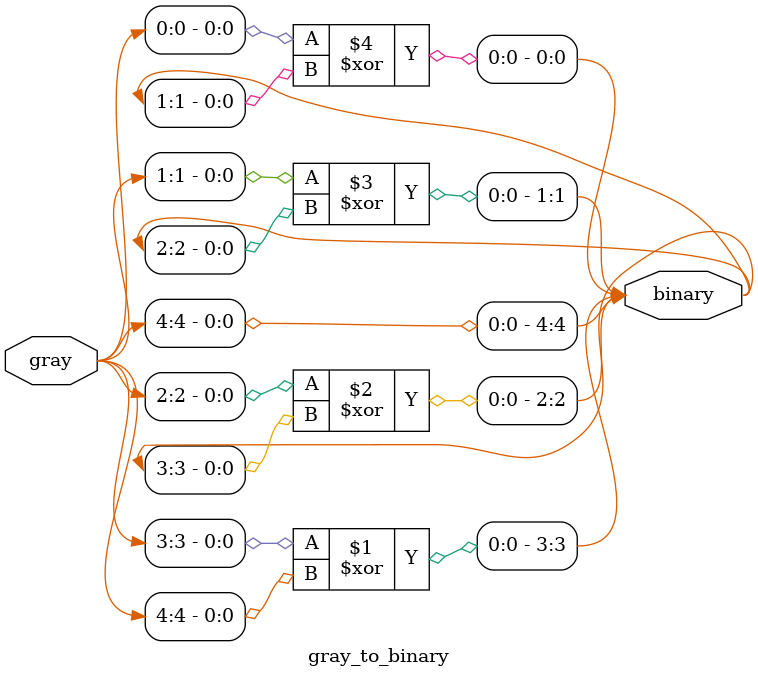
<source format=v>
`timescale 1ns / 1ps

module gray_to_binary(gray,binary);
input [4:0] gray;
output [4:0] binary;

assign binary[4]=gray[4];
assign binary[3]=gray[3] ^ binary[4];
assign binary[2]=gray[2] ^ binary[3];
assign binary[1]=gray[1] ^ binary[2];
assign binary[0]=gray[0] ^ binary[1];

endmodule

</source>
